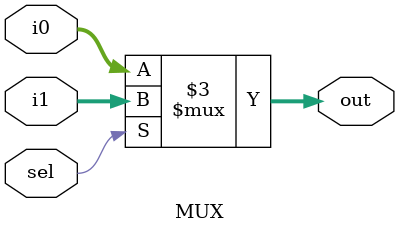
<source format=v>
module MUX
    #(parameter Width = 32)(
    input [Width-1:0] i0,i1,
    input sel,
    output reg[Width-1:0] out
    );
    always @(*)begin
        case(sel)
            1'b0:out=i0;
            default:out=i1;   
        endcase        
    end
endmodule
</source>
